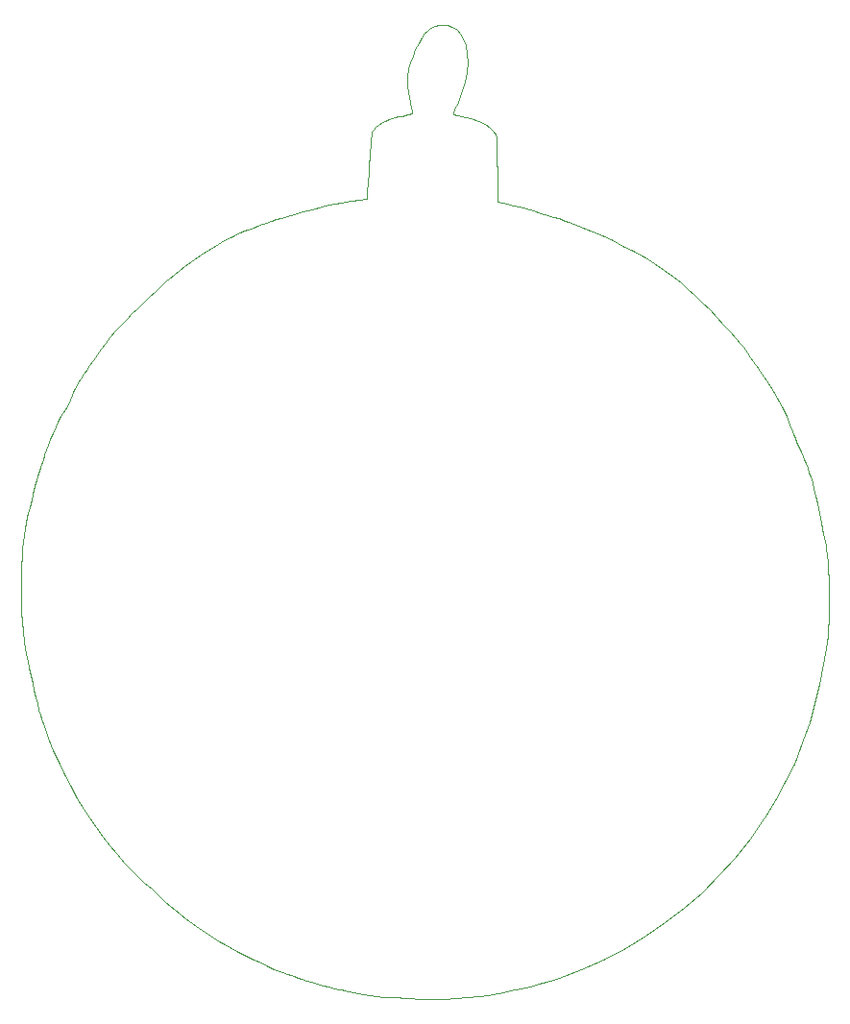
<source format=gm1>
G04 #@! TF.GenerationSoftware,KiCad,Pcbnew,6.0.9-8da3e8f707~117~ubuntu22.04.1*
G04 #@! TF.CreationDate,2022-12-11T16:37:25-08:00*
G04 #@! TF.ProjectId,2022-xmas-ball,32303232-2d78-46d6-9173-2d62616c6c2e,rev?*
G04 #@! TF.SameCoordinates,Original*
G04 #@! TF.FileFunction,Profile,NP*
%FSLAX46Y46*%
G04 Gerber Fmt 4.6, Leading zero omitted, Abs format (unit mm)*
G04 Created by KiCad (PCBNEW 6.0.9-8da3e8f707~117~ubuntu22.04.1) date 2022-12-11 16:37:25*
%MOMM*%
%LPD*%
G01*
G04 APERTURE LIST*
G04 #@! TA.AperFunction,Profile*
%ADD10C,0.100000*%
G04 #@! TD*
G04 APERTURE END LIST*
G04 #@! TO.C,*
D10*
X101838046Y-57087511D02*
X102056943Y-57105574D01*
X102228263Y-57144849D01*
X102391924Y-57212112D01*
X102446171Y-57239106D01*
X102826870Y-57502202D01*
X103148577Y-57864412D01*
X103357825Y-58228466D01*
X103598060Y-58892652D01*
X103733609Y-59609397D01*
X103764177Y-60381558D01*
X103689470Y-61211994D01*
X103509195Y-62103564D01*
X103223057Y-63059127D01*
X102830762Y-64081542D01*
X102731928Y-64311734D01*
X102626132Y-64562151D01*
X102546889Y-64766000D01*
X102503872Y-64897364D01*
X102500376Y-64932202D01*
X102570620Y-64954837D01*
X102739309Y-64994683D01*
X102979393Y-65045662D01*
X103201907Y-65089839D01*
X104020068Y-65281208D01*
X104721687Y-65516860D01*
X105305867Y-65796341D01*
X105771708Y-66119196D01*
X106118312Y-66484969D01*
X106202343Y-66608505D01*
X106237153Y-66666417D01*
X106266142Y-66725986D01*
X106289987Y-66799041D01*
X106309367Y-66897414D01*
X106324957Y-67032936D01*
X106337436Y-67217435D01*
X106347480Y-67462745D01*
X106355767Y-67780694D01*
X106362973Y-68183113D01*
X106369777Y-68681834D01*
X106376855Y-69288686D01*
X106381909Y-69745372D01*
X106413819Y-72644765D01*
X106828643Y-72733435D01*
X107258689Y-72831533D01*
X107770153Y-72958332D01*
X108341532Y-73107656D01*
X108951324Y-73273330D01*
X109578029Y-73449180D01*
X110200143Y-73629030D01*
X110796166Y-73806705D01*
X111344595Y-73976031D01*
X111823928Y-74130832D01*
X112212664Y-74264934D01*
X112380904Y-74327959D01*
X112713078Y-74457242D01*
X113119770Y-74614748D01*
X113556246Y-74783193D01*
X113977774Y-74945294D01*
X114104020Y-74993702D01*
X114845321Y-75293994D01*
X115667338Y-75656198D01*
X116546366Y-76068827D01*
X117458700Y-76520392D01*
X118380635Y-76999407D01*
X119288464Y-77494383D01*
X119441022Y-77580043D01*
X120250744Y-78071289D01*
X121096035Y-78648659D01*
X121945309Y-79289730D01*
X122560050Y-79793897D01*
X123168215Y-80325286D01*
X123805426Y-80908297D01*
X124456915Y-81527736D01*
X125107913Y-82168406D01*
X125743655Y-82815113D01*
X126349370Y-83452661D01*
X126910291Y-84065855D01*
X127411650Y-84639500D01*
X127838680Y-85158400D01*
X128080204Y-85473771D01*
X128432782Y-85953560D01*
X128719179Y-86346367D01*
X128950058Y-86667119D01*
X129136084Y-86930748D01*
X129287921Y-87152182D01*
X129400827Y-87322619D01*
X129530150Y-87521505D01*
X129706501Y-87792942D01*
X129907450Y-88102393D01*
X130110567Y-88415325D01*
X130126224Y-88439453D01*
X130678696Y-89314530D01*
X131151221Y-90116186D01*
X131553009Y-90862337D01*
X131893270Y-91570900D01*
X132181215Y-92259790D01*
X132394731Y-92852261D01*
X132495445Y-93120996D01*
X132634634Y-93450553D01*
X132790033Y-93789492D01*
X132877431Y-93967372D01*
X133038650Y-94307926D01*
X133211931Y-94710063D01*
X133371882Y-95113345D01*
X133453924Y-95339483D01*
X133580044Y-95704632D01*
X133728140Y-96133322D01*
X133878485Y-96568456D01*
X133994706Y-96904774D01*
X134150503Y-97386670D01*
X134306299Y-97933004D01*
X134464247Y-98553333D01*
X134626496Y-99257214D01*
X134795197Y-100054205D01*
X134972501Y-100953862D01*
X135160559Y-101965743D01*
X135265670Y-102552764D01*
X135344578Y-103000282D01*
X135406983Y-103365014D01*
X135455610Y-103672746D01*
X135493184Y-103949263D01*
X135522429Y-104220353D01*
X135546070Y-104511801D01*
X135566832Y-104849395D01*
X135587439Y-105258919D01*
X135610615Y-105766161D01*
X135614622Y-105855402D01*
X135638366Y-106567232D01*
X135648687Y-107320366D01*
X135646261Y-108091732D01*
X135631765Y-108858257D01*
X135605877Y-109596869D01*
X135569273Y-110284494D01*
X135522631Y-110898060D01*
X135466628Y-111414495D01*
X135447472Y-111551256D01*
X135139940Y-113389574D01*
X134776693Y-115173185D01*
X134361084Y-116889784D01*
X133896464Y-118527067D01*
X133386184Y-120072730D01*
X132833598Y-121514469D01*
X132558609Y-122156313D01*
X131768816Y-123818581D01*
X130911990Y-125396160D01*
X129970015Y-126922255D01*
X129900833Y-127027387D01*
X128667214Y-128780444D01*
X127342038Y-130445520D01*
X125928458Y-132020201D01*
X124429627Y-133502071D01*
X122848698Y-134888715D01*
X121188824Y-136177718D01*
X119453158Y-137366665D01*
X117644854Y-138453140D01*
X115767064Y-139434729D01*
X113822942Y-140309017D01*
X111815641Y-141073587D01*
X111359799Y-141228854D01*
X110780549Y-141409344D01*
X110092534Y-141601879D01*
X109313567Y-141802081D01*
X108461461Y-142005576D01*
X107554028Y-142207986D01*
X106609081Y-142404935D01*
X106413819Y-142443947D01*
X105597758Y-142584346D01*
X104686524Y-142703545D01*
X103711120Y-142799617D01*
X102702546Y-142870633D01*
X101691806Y-142914667D01*
X100709900Y-142929790D01*
X99787832Y-142914074D01*
X99266080Y-142888399D01*
X98958482Y-142869664D01*
X98558151Y-142846522D01*
X98099833Y-142820914D01*
X97618277Y-142794779D01*
X97148228Y-142770057D01*
X97120440Y-142768624D01*
X96437781Y-142726101D01*
X95779251Y-142670994D01*
X95163042Y-142605624D01*
X94607351Y-142532311D01*
X94130370Y-142453376D01*
X93750294Y-142371140D01*
X93554271Y-142313761D01*
X93437214Y-142281443D01*
X93221592Y-142229164D01*
X92933785Y-142163055D01*
X92600171Y-142089249D01*
X92437437Y-142054155D01*
X92003015Y-141956468D01*
X91520863Y-141839905D01*
X91012697Y-141710475D01*
X90500232Y-141574183D01*
X90005185Y-141437036D01*
X89549272Y-141305042D01*
X89154209Y-141184207D01*
X88841711Y-141080537D01*
X88645051Y-141005157D01*
X88466274Y-140931374D01*
X88195574Y-140825006D01*
X87861069Y-140696851D01*
X87490873Y-140557709D01*
X87204271Y-140451742D01*
X86733954Y-140266978D01*
X86177613Y-140028207D01*
X85558734Y-139746985D01*
X84900805Y-139434869D01*
X84227314Y-139103416D01*
X83561748Y-138764182D01*
X82927593Y-138428724D01*
X82348338Y-138108598D01*
X81853011Y-137818728D01*
X80834478Y-137174638D01*
X79832946Y-136492068D01*
X78870206Y-135787422D01*
X77968049Y-135077103D01*
X77148268Y-134377517D01*
X76578392Y-133848241D01*
X76258762Y-133543074D01*
X75914090Y-133222031D01*
X75577884Y-132915824D01*
X75283654Y-132655169D01*
X75174372Y-132561341D01*
X74657935Y-132093156D01*
X74095044Y-131526808D01*
X73498065Y-130877409D01*
X72879363Y-130160073D01*
X72251304Y-129389913D01*
X71626255Y-128582042D01*
X71016581Y-127751574D01*
X70434649Y-126913620D01*
X69957521Y-126185501D01*
X69376082Y-125230075D01*
X68800923Y-124206627D01*
X68243485Y-123139381D01*
X67715207Y-122052559D01*
X67227530Y-120970384D01*
X66791893Y-119917080D01*
X66419737Y-118916869D01*
X66180668Y-118188442D01*
X66082108Y-117844103D01*
X65967209Y-117405489D01*
X65839541Y-116889292D01*
X65702672Y-116312205D01*
X65560169Y-115690919D01*
X65415603Y-115042128D01*
X65272540Y-114382523D01*
X65134551Y-113728798D01*
X65005203Y-113097644D01*
X64888064Y-112505753D01*
X64786704Y-111969819D01*
X64704691Y-111506534D01*
X64645593Y-111132590D01*
X64612979Y-110864679D01*
X64611693Y-110849246D01*
X64590607Y-110606028D01*
X64559530Y-110275345D01*
X64522279Y-109896621D01*
X64482671Y-109509279D01*
X64473310Y-109420083D01*
X64442062Y-109023121D01*
X64419308Y-108521864D01*
X64404785Y-107939352D01*
X64398229Y-107298628D01*
X64399378Y-106622733D01*
X64407968Y-105934708D01*
X64423737Y-105257596D01*
X64446421Y-104614437D01*
X64475757Y-104028274D01*
X64511483Y-103522147D01*
X64544417Y-103190955D01*
X64614845Y-102635955D01*
X64696686Y-102057798D01*
X64785526Y-101483162D01*
X64876956Y-100938728D01*
X64966564Y-100451175D01*
X65049940Y-100047183D01*
X65096970Y-99848801D01*
X65159417Y-99590363D01*
X65237103Y-99248199D01*
X65320828Y-98863859D01*
X65401392Y-98478894D01*
X65413859Y-98417624D01*
X65493463Y-98054605D01*
X65581277Y-97703274D01*
X65667820Y-97398726D01*
X65743614Y-97176053D01*
X65759568Y-97137751D01*
X65861977Y-96872296D01*
X65960918Y-96560873D01*
X66017620Y-96343555D01*
X66094079Y-96057166D01*
X66190437Y-95762757D01*
X66263903Y-95575873D01*
X66368212Y-95307215D01*
X66461991Y-95012185D01*
X66493070Y-94892619D01*
X66598917Y-94521455D01*
X66758382Y-94069013D01*
X66959043Y-93563234D01*
X67188473Y-93032064D01*
X67434249Y-92503446D01*
X67683947Y-92005325D01*
X67925141Y-91565645D01*
X68097447Y-91284192D01*
X68479283Y-90651612D01*
X68768451Y-90061551D01*
X68926099Y-89650585D01*
X68996903Y-89454525D01*
X69077389Y-89262397D01*
X69176196Y-89059462D01*
X69301962Y-88830976D01*
X69463328Y-88562199D01*
X69668932Y-88238389D01*
X69927413Y-87844805D01*
X70247411Y-87366705D01*
X70378455Y-87172362D01*
X70760949Y-86612793D01*
X71117543Y-86107597D01*
X71470395Y-85627261D01*
X71841662Y-85142273D01*
X72253502Y-84623121D01*
X72728073Y-84040292D01*
X72750253Y-84013316D01*
X72994807Y-83731779D01*
X73321654Y-83379524D01*
X73717055Y-82969909D01*
X74167271Y-82516295D01*
X74658560Y-82032041D01*
X75177182Y-81530505D01*
X75709399Y-81025046D01*
X76241468Y-80529025D01*
X76759652Y-80055800D01*
X77250208Y-79618729D01*
X77443432Y-79450251D01*
X78787696Y-78363026D01*
X80234462Y-77340378D01*
X81789384Y-76378349D01*
X82034924Y-76237539D01*
X82492142Y-75979304D01*
X82866289Y-75772880D01*
X83184511Y-75605700D01*
X83473952Y-75465200D01*
X83761756Y-75338815D01*
X84075069Y-75213978D01*
X84441034Y-75078126D01*
X84874874Y-74922920D01*
X85280277Y-74778591D01*
X85691392Y-74631274D01*
X86074235Y-74493211D01*
X86394823Y-74376645D01*
X86566080Y-74313622D01*
X86904851Y-74196044D01*
X87336443Y-74060684D01*
X87866342Y-73906018D01*
X88500034Y-73730519D01*
X89243008Y-73532663D01*
X90100749Y-73310924D01*
X90905779Y-73107144D01*
X91545089Y-72950442D01*
X92092728Y-72825519D01*
X92578955Y-72726410D01*
X93034030Y-72647151D01*
X93488211Y-72581779D01*
X93713819Y-72553697D01*
X94080793Y-72509435D01*
X94400787Y-72469759D01*
X94653548Y-72437268D01*
X94818821Y-72414565D01*
X94876307Y-72404470D01*
X94884392Y-72340091D01*
X94899479Y-72166532D01*
X94920169Y-71901976D01*
X94945065Y-71564605D01*
X94972769Y-71172603D01*
X94987413Y-70959204D01*
X95046932Y-70087604D01*
X95099044Y-69334800D01*
X95144453Y-68692208D01*
X95183864Y-68151242D01*
X95217979Y-67703319D01*
X95247502Y-67339855D01*
X95273139Y-67052264D01*
X95295593Y-66831962D01*
X95315567Y-66670366D01*
X95333766Y-66558890D01*
X95350893Y-66488950D01*
X95354937Y-66477351D01*
X95472130Y-66289182D01*
X95680024Y-66072820D01*
X95952052Y-65850471D01*
X96261649Y-65644339D01*
X96515011Y-65507713D01*
X96895504Y-65356410D01*
X97357921Y-65222798D01*
X97670603Y-65154026D01*
X97980103Y-65091748D01*
X98265605Y-65030342D01*
X98490153Y-64977971D01*
X98595980Y-64949640D01*
X98763929Y-64899441D01*
X98881899Y-64866025D01*
X98891024Y-64863686D01*
X98914389Y-64797337D01*
X98888478Y-64619969D01*
X98812824Y-64328475D01*
X98809212Y-64315969D01*
X98597309Y-63412713D01*
X98489399Y-62533141D01*
X98486476Y-61692601D01*
X98588631Y-60910804D01*
X98730694Y-60357713D01*
X98928470Y-59780556D01*
X99168846Y-59206909D01*
X99438709Y-58664344D01*
X99724945Y-58180436D01*
X100014441Y-57782758D01*
X100146611Y-57634809D01*
X100405692Y-57392453D01*
X100649482Y-57231291D01*
X100915830Y-57136267D01*
X101242582Y-57092326D01*
X101531658Y-57083886D01*
X101838046Y-57087511D01*
G04 #@! TD*
M02*

</source>
